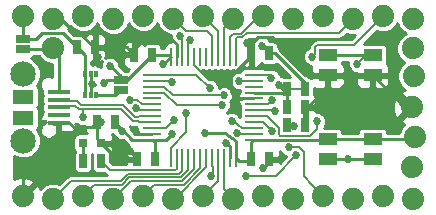
<source format=gtl>
G04 #@! TF.FileFunction,Copper,L1,Top,Signal*
%FSLAX46Y46*%
G04 Gerber Fmt 4.6, Leading zero omitted, Abs format (unit mm)*
G04 Created by KiCad (PCBNEW 4.0.7) date Monday, 20 November 2017 'AMt' 10:57:51*
%MOMM*%
%LPD*%
G01*
G04 APERTURE LIST*
%ADD10C,0.100000*%
%ADD11C,0.149860*%
%ADD12R,1.143000X0.635000*%
%ADD13R,0.635000X1.143000*%
%ADD14R,1.498600X0.248920*%
%ADD15R,0.248920X1.498600*%
%ADD16R,0.797560X0.797560*%
%ADD17O,1.879600X1.879600*%
%ADD18C,1.879600*%
%ADD19R,1.600000X1.100000*%
%ADD20C,2.150000*%
%ADD21R,1.850000X0.400000*%
%ADD22R,1.800000X1.200000*%
%ADD23R,0.330000X0.500000*%
%ADD24C,0.685800*%
%ADD25C,0.250000*%
%ADD26C,0.152400*%
%ADD27C,0.180000*%
%ADD28C,0.254000*%
G04 APERTURE END LIST*
D10*
D11*
X176283620Y-100076000D02*
X177284380Y-100076000D01*
D12*
X153670000Y-96674000D03*
X153670000Y-95858000D03*
D13*
X177546000Y-100076000D03*
X176022000Y-100076000D03*
X158242000Y-96520000D03*
X159766000Y-96520000D03*
D14*
X173207680Y-104348280D03*
X173207680Y-103847900D03*
X173207680Y-103347520D03*
X173207680Y-102849680D03*
X173207680Y-102349300D03*
X173207680Y-101848920D03*
X173207680Y-101351080D03*
X173207680Y-100850700D03*
X173207680Y-100350320D03*
X173207680Y-99852480D03*
X173207680Y-99352100D03*
X173207680Y-98851720D03*
D15*
X171658280Y-97302320D03*
X171157900Y-97302320D03*
X170657520Y-97302320D03*
X170159680Y-97302320D03*
X169659300Y-97302320D03*
X169158920Y-97302320D03*
X168661080Y-97302320D03*
X168160700Y-97302320D03*
X167660320Y-97302320D03*
X167162480Y-97302320D03*
X166662100Y-97302320D03*
X166161720Y-97302320D03*
D14*
X164612320Y-98851720D03*
X164612320Y-99352100D03*
X164612320Y-99852480D03*
X164612320Y-100350320D03*
X164612320Y-100850700D03*
X164612320Y-101351080D03*
X164612320Y-101848920D03*
X164612320Y-102349300D03*
X164612320Y-102849680D03*
X164612320Y-103347520D03*
X164612320Y-103847900D03*
X164612320Y-104348280D03*
D15*
X166161720Y-105897680D03*
X166662100Y-105897680D03*
X167162480Y-105897680D03*
X167660320Y-105897680D03*
X168160700Y-105897680D03*
X168661080Y-105897680D03*
X169158920Y-105897680D03*
X169659300Y-105897680D03*
X170159680Y-105897680D03*
X170657520Y-105897680D03*
X171157900Y-105897680D03*
X171658280Y-105897680D03*
D13*
X174498000Y-105981500D03*
X172974000Y-105981500D03*
X163322000Y-105981500D03*
X164846000Y-105981500D03*
X163068000Y-97155000D03*
X164592000Y-97155000D03*
X174498000Y-97028000D03*
X172974000Y-97028000D03*
X161417000Y-102870000D03*
X159893000Y-102870000D03*
D16*
X158762700Y-104648000D03*
X160261300Y-104648000D03*
D17*
X156210000Y-96570800D03*
D13*
X176022000Y-103124000D03*
X177546000Y-103124000D03*
X158750000Y-106172000D03*
X160274000Y-106172000D03*
D18*
X153670000Y-93853000D03*
X156210000Y-94107000D03*
X158750000Y-93853000D03*
X161290000Y-94107000D03*
X163830000Y-93853000D03*
X166370000Y-94107000D03*
X168910000Y-93853000D03*
X171450000Y-94107000D03*
X173990000Y-93853000D03*
X176530000Y-94107000D03*
X179070000Y-93853000D03*
X181610000Y-94107000D03*
X184150000Y-93853000D03*
X186690000Y-94107000D03*
X186690000Y-109347000D03*
X184150000Y-109093000D03*
X181610000Y-109347000D03*
X179070000Y-109093000D03*
X176530000Y-109347000D03*
X173990000Y-109093000D03*
X171450000Y-109347000D03*
X168910000Y-109093000D03*
X166370000Y-109347000D03*
X163830000Y-109093000D03*
X161290000Y-109347000D03*
X158750000Y-109093000D03*
X156210000Y-109347000D03*
X153670000Y-109093000D03*
X186563000Y-106680000D03*
X186817000Y-104140000D03*
X186563000Y-101600000D03*
X186728100Y-98958400D03*
X186651900Y-96621600D03*
D19*
X179456000Y-97193100D03*
X179456000Y-98894000D03*
X183256000Y-97193100D03*
X183256000Y-98894900D03*
X183256000Y-106006900D03*
X183256000Y-104306000D03*
X179456000Y-106006900D03*
X179456000Y-104305100D03*
D20*
X153670000Y-104425000D03*
D21*
X156670000Y-102900000D03*
X156670000Y-102250000D03*
X156670000Y-101600000D03*
X156670000Y-100950000D03*
X156670000Y-100300000D03*
D20*
X153670000Y-98775000D03*
D22*
X153670000Y-100700000D03*
X153670000Y-102500000D03*
D13*
X176022000Y-101600000D03*
X177546000Y-101600000D03*
D23*
X159385000Y-98795000D03*
X158885000Y-100595000D03*
X159885000Y-100595000D03*
X159385000Y-100595000D03*
X159885000Y-98795000D03*
X158885000Y-98795000D03*
D12*
X161925000Y-100103000D03*
X161925000Y-99287000D03*
D24*
X161036000Y-98094800D03*
X165531800Y-97967800D03*
X173913800Y-96393000D03*
X169037000Y-103809800D03*
X166293800Y-103835200D03*
X162052000Y-103632000D03*
X160528000Y-99568000D03*
X170688000Y-99060000D03*
X169926000Y-99060000D03*
X163195000Y-103657400D03*
X183642000Y-100838000D03*
X166014400Y-95885000D03*
X172593000Y-96189800D03*
X163779200Y-95986600D03*
X170865800Y-104648000D03*
X173990000Y-106781600D03*
X162737800Y-105283000D03*
X159994600Y-97358200D03*
X160299400Y-102844600D03*
X159537400Y-99669600D03*
X175310800Y-99720400D03*
X178562000Y-102793800D03*
X175006000Y-101879400D03*
X171805600Y-103759000D03*
X171323000Y-102743000D03*
X176149000Y-105003600D03*
X174726600Y-103606600D03*
X181965600Y-97942400D03*
X174752000Y-100990400D03*
X181203600Y-106019600D03*
X171958000Y-99390200D03*
X178130200Y-97307400D03*
X174701200Y-99110800D03*
X167792400Y-95885000D03*
X166979600Y-95580200D03*
X169468800Y-99974400D03*
X166268400Y-99466400D03*
X170688000Y-100584000D03*
X170484800Y-101422200D03*
X162687000Y-100990400D03*
X163220400Y-101676200D03*
X166446200Y-102692200D03*
X167462200Y-102057200D03*
X158750000Y-102438200D03*
X176809400Y-105638600D03*
X176580800Y-103174800D03*
X172529500Y-107378500D03*
X169545000Y-107378500D03*
D25*
X161925000Y-99287000D02*
X161925000Y-98983800D01*
X161925000Y-98983800D02*
X161036000Y-98094800D01*
X165501320Y-97937320D02*
X165531800Y-97967800D01*
X166161720Y-97302320D02*
X165501320Y-97937320D01*
X173913800Y-96393000D02*
X174498000Y-96875600D01*
X174498000Y-96875600D02*
X174498000Y-97028000D01*
X171658280Y-104424480D02*
X171658280Y-105897680D01*
X170789600Y-103809800D02*
X171658280Y-104424480D01*
X169037000Y-103809800D02*
X170789600Y-103809800D01*
X165780720Y-104348280D02*
X166293800Y-103835200D01*
X164612320Y-104348280D02*
X165780720Y-104348280D01*
X173207680Y-104348280D02*
X179412820Y-104348280D01*
X179412820Y-104348280D02*
X179456000Y-104305100D01*
X177546000Y-100076000D02*
X177546000Y-99542600D01*
X177546000Y-99542600D02*
X175031400Y-97028000D01*
X175031400Y-97028000D02*
X174498000Y-97028000D01*
X183256000Y-104306000D02*
X186651000Y-104306000D01*
X186651000Y-104306000D02*
X186817000Y-104140000D01*
X172974000Y-106172000D02*
X172974000Y-104581960D01*
X172974000Y-104581960D02*
X173207680Y-104348280D01*
X172974000Y-106172000D02*
X171932600Y-106172000D01*
X171932600Y-106172000D02*
X171658280Y-105897680D01*
X179456000Y-104305100D02*
X183255100Y-104305100D01*
X183255100Y-104305100D02*
X183256000Y-104306000D01*
X161417000Y-102997000D02*
X161417000Y-102870000D01*
X162052000Y-103632000D02*
X161417000Y-102997000D01*
X160809000Y-99287000D02*
X160528000Y-99568000D01*
X161925000Y-99287000D02*
X160809000Y-99287000D01*
X161925000Y-99287000D02*
X161771000Y-99287000D01*
X164592000Y-97155000D02*
X166014400Y-97155000D01*
X166014400Y-97155000D02*
X166161720Y-97302320D01*
X161925000Y-99287000D02*
X162460000Y-99287000D01*
X162460000Y-99287000D02*
X164592000Y-97155000D01*
X161417000Y-102870000D02*
X161417000Y-102743000D01*
X164612320Y-104348280D02*
X162895280Y-104348280D01*
X162895280Y-104348280D02*
X161417000Y-102870000D01*
X164846000Y-106172000D02*
X164846000Y-104581960D01*
X164846000Y-104581960D02*
X164612320Y-104348280D01*
D26*
X168160700Y-97302320D02*
X168160700Y-98056700D01*
X169164000Y-99060000D02*
X169926000Y-99060000D01*
X168160700Y-98056700D02*
X169164000Y-99060000D01*
D25*
X156670000Y-102900000D02*
X157586200Y-102900000D01*
X157586200Y-102900000D02*
X157988000Y-103301800D01*
X159461200Y-103301800D02*
X159893000Y-102870000D01*
X157988000Y-103301800D02*
X159461200Y-103301800D01*
X159766000Y-96520000D02*
X159689800Y-96520000D01*
X159689800Y-96520000D02*
X158445200Y-95275400D01*
X158445200Y-95275400D02*
X158064200Y-95275400D01*
X158064200Y-95275400D02*
X156895800Y-94107000D01*
X156895800Y-94107000D02*
X156210000Y-94107000D01*
D26*
X170688000Y-99060000D02*
X171196000Y-99060000D01*
X170688000Y-99060000D02*
X169926000Y-99060000D01*
X171196000Y-99060000D02*
X171272200Y-98983800D01*
D25*
X164612320Y-103847900D02*
X163385500Y-103847900D01*
X163385500Y-103847900D02*
X163195000Y-103657400D01*
X159385000Y-98795000D02*
X159385000Y-99517200D01*
X159385000Y-99517200D02*
X159537400Y-99669600D01*
X179456000Y-98894000D02*
X177557800Y-98894000D01*
X172974000Y-96215200D02*
X172974000Y-97028000D01*
X173534798Y-95654402D02*
X172974000Y-96215200D01*
X174777400Y-95654402D02*
X173534798Y-95654402D01*
X175310800Y-96187802D02*
X174777400Y-95654402D01*
X175310800Y-96647000D02*
X175310800Y-96187802D01*
X177557800Y-98894000D02*
X175310800Y-96647000D01*
X173207680Y-100850700D02*
X171818300Y-100850700D01*
X171818300Y-100850700D02*
X171272200Y-100304600D01*
X171272200Y-100304600D02*
X171272200Y-98983800D01*
X171272200Y-98983800D02*
X172974000Y-97282000D01*
X172974000Y-97282000D02*
X172974000Y-97028000D01*
X183256000Y-100452000D02*
X183256000Y-98894900D01*
X183642000Y-100838000D02*
X183256000Y-100452000D01*
X180048800Y-98894000D02*
X179456000Y-98894000D01*
X166662100Y-97302320D02*
X166662100Y-96253300D01*
X166293800Y-95885000D02*
X166014400Y-95885000D01*
X166662100Y-96253300D02*
X166293800Y-95885000D01*
X163068000Y-97155000D02*
X163068000Y-96697800D01*
X163068000Y-96697800D02*
X163779200Y-95986600D01*
X172593000Y-96189800D02*
X172974000Y-96570800D01*
X172974000Y-96570800D02*
X172974000Y-97028000D01*
X171157900Y-105897680D02*
X171157900Y-104889300D01*
X171157900Y-104889300D02*
X170865800Y-104648000D01*
X174066200Y-106857800D02*
X174498000Y-105981500D01*
X173990000Y-106781600D02*
X174066200Y-106857800D01*
X162737800Y-105283000D02*
X163322000Y-105867200D01*
X163322000Y-105867200D02*
X163322000Y-105981500D01*
X186563000Y-101600000D02*
X185961100Y-101600000D01*
X185961100Y-101600000D02*
X183256000Y-98894900D01*
X177546000Y-101600000D02*
X177723800Y-101600000D01*
X177723800Y-101600000D02*
X179456000Y-99867800D01*
X179456000Y-99867800D02*
X179456000Y-98894000D01*
X179456000Y-98894000D02*
X183255100Y-98894000D01*
X183255100Y-98894000D02*
X183256000Y-98894900D01*
X177546000Y-103124000D02*
X177546000Y-101600000D01*
X159766000Y-96520000D02*
X159766000Y-97129600D01*
X159766000Y-97129600D02*
X159994600Y-97358200D01*
X159893000Y-102870000D02*
X160274000Y-102870000D01*
X160274000Y-102870000D02*
X160299400Y-102844600D01*
X159385000Y-99822000D02*
X159385000Y-100595000D01*
X159537400Y-99669600D02*
X159385000Y-99822000D01*
X159766000Y-96520000D02*
X162433000Y-96520000D01*
X162433000Y-96520000D02*
X163068000Y-97155000D01*
X163322000Y-105981500D02*
X161594800Y-105981500D01*
X161594800Y-105981500D02*
X160261300Y-104648000D01*
X153670000Y-109093000D02*
X153670000Y-107670600D01*
X156670000Y-104670600D02*
X156670000Y-102900000D01*
X153670000Y-107670600D02*
X156670000Y-104670600D01*
X159893000Y-102870000D02*
X159893000Y-104279700D01*
X159893000Y-104279700D02*
X160261300Y-104648000D01*
X159863000Y-102900000D02*
X159893000Y-102870000D01*
X153670000Y-95858000D02*
X154763800Y-95858000D01*
X154763800Y-95858000D02*
X155270200Y-95351600D01*
X155270200Y-95351600D02*
X157073600Y-95351600D01*
X157073600Y-95351600D02*
X158242000Y-96520000D01*
X153670000Y-95858000D02*
X153670000Y-93853000D01*
X153670000Y-95858000D02*
X154078000Y-95858000D01*
X158885000Y-98795000D02*
X158885000Y-100595000D01*
X158885000Y-98795000D02*
X158885000Y-97163000D01*
X158885000Y-97163000D02*
X158242000Y-96520000D01*
X158242000Y-96520000D02*
X158242000Y-96139000D01*
X176022000Y-100076000D02*
X175666400Y-100076000D01*
X175666400Y-100076000D02*
X175310800Y-99720400D01*
X173207680Y-100350320D02*
X175747680Y-100350320D01*
X175747680Y-100350320D02*
X176022000Y-100076000D01*
X176022000Y-101600000D02*
X176022000Y-100076000D01*
D26*
X173207680Y-102349300D02*
X174282100Y-102349300D01*
X178562000Y-103428800D02*
X178562000Y-102793800D01*
X177996122Y-103994678D02*
X178562000Y-103428800D01*
X175463200Y-103994678D02*
X177996122Y-103994678D01*
X175310800Y-103842278D02*
X175463200Y-103994678D01*
X175310800Y-103378000D02*
X175310800Y-103842278D01*
X174282100Y-102349300D02*
X175310800Y-103378000D01*
X173207680Y-101848920D02*
X174975520Y-101848920D01*
X174975520Y-101848920D02*
X175006000Y-101879400D01*
D25*
X158762700Y-104648000D02*
X158762700Y-106159300D01*
X158762700Y-106159300D02*
X158750000Y-106172000D01*
D26*
X173207680Y-103847900D02*
X171894500Y-103847900D01*
X171894500Y-103847900D02*
X171805600Y-103759000D01*
X173207680Y-103347520D02*
X172206920Y-103347520D01*
X171450000Y-102743000D02*
X171323000Y-102743000D01*
X172206920Y-103347520D02*
X171450000Y-102743000D01*
X177419000Y-105402378D02*
X177419000Y-107442000D01*
X177419000Y-107442000D02*
X178206400Y-108229400D01*
X176149000Y-105003600D02*
X177020222Y-105003600D01*
X177020222Y-105003600D02*
X177419000Y-105402378D01*
X173207680Y-102849680D02*
X173969680Y-102849680D01*
X178206400Y-108229400D02*
X179070000Y-109093000D01*
X173969680Y-102849680D02*
X174726600Y-103606600D01*
X173207680Y-101351080D02*
X174391320Y-101351080D01*
X181965600Y-97942400D02*
X182714900Y-97193100D01*
X174391320Y-101351080D02*
X174752000Y-100990400D01*
X182714900Y-97193100D02*
X183256000Y-97193100D01*
D25*
X179456000Y-97193100D02*
X183256000Y-97193100D01*
D26*
X161035992Y-106933992D02*
X166573200Y-106933992D01*
X166662100Y-106845092D02*
X166573200Y-106933992D01*
X160274000Y-106172000D02*
X161035992Y-106933992D01*
X166662100Y-106845092D02*
X166662100Y-105897680D01*
X171996100Y-99352100D02*
X173207680Y-99352100D01*
X171958000Y-99390200D02*
X171996100Y-99352100D01*
X181203600Y-106019600D02*
X181203600Y-106006900D01*
X181203600Y-106006900D02*
X181203600Y-106019600D01*
X181203600Y-106019600D02*
X181203600Y-106006900D01*
D25*
X179456000Y-106006900D02*
X181203600Y-106006900D01*
X181203600Y-106006900D02*
X183256000Y-106006900D01*
D26*
X173207680Y-98851720D02*
X174442120Y-98851720D01*
X181660800Y-96342200D02*
X184150000Y-93853000D01*
X178562000Y-96342200D02*
X181660800Y-96342200D01*
X178384200Y-96520000D02*
X178562000Y-96342200D01*
X178384200Y-97053400D02*
X178384200Y-96520000D01*
X178130200Y-97307400D02*
X178384200Y-97053400D01*
X174442120Y-98851720D02*
X174701200Y-99110800D01*
X171658280Y-97302320D02*
X171658280Y-95829122D01*
X180416200Y-95300800D02*
X181610000Y-94107000D01*
X172592256Y-95300800D02*
X180416200Y-95300800D01*
X172211254Y-95681802D02*
X172592256Y-95300800D01*
X171805600Y-95681802D02*
X172211254Y-95681802D01*
X171658280Y-95829122D02*
X171805600Y-95681802D01*
X171157900Y-97302320D02*
X171157900Y-95643700D01*
X172085000Y-95377000D02*
X173609000Y-93853000D01*
X171424600Y-95377000D02*
X172085000Y-95377000D01*
X171157900Y-95643700D02*
X171424600Y-95377000D01*
X173609000Y-93853000D02*
X173990000Y-93853000D01*
X170657520Y-97302320D02*
X170657520Y-94899480D01*
X170657520Y-94899480D02*
X171450000Y-94107000D01*
X170159680Y-97302320D02*
X170159680Y-95102680D01*
X170159680Y-95102680D02*
X168910000Y-93853000D01*
X169659300Y-97302320D02*
X169659300Y-95592900D01*
X167436800Y-95173800D02*
X166370000Y-94107000D01*
X169240200Y-95173800D02*
X167436800Y-95173800D01*
X169659300Y-95592900D02*
X169240200Y-95173800D01*
X167660320Y-97302320D02*
X167660320Y-96017080D01*
X167660320Y-96017080D02*
X167792400Y-95885000D01*
X167162480Y-97302320D02*
X167162480Y-95763080D01*
X167162480Y-95763080D02*
X166979600Y-95580200D01*
X164612320Y-98851720D02*
X168346120Y-98851720D01*
X168346120Y-98851720D02*
X169468800Y-99974400D01*
X164612320Y-99352100D02*
X166154100Y-99352100D01*
X166154100Y-99352100D02*
X166268400Y-99466400D01*
X170688000Y-100584000D02*
X166370000Y-100584000D01*
X165638480Y-99852480D02*
X164612320Y-99852480D01*
X166370000Y-100584000D02*
X165638480Y-99852480D01*
X170484800Y-101422200D02*
X166700200Y-101422200D01*
X165628320Y-100350320D02*
X164612320Y-100350320D01*
X166700200Y-101422200D02*
X165628320Y-100350320D01*
X163347400Y-100990400D02*
X162687000Y-100990400D01*
X164612320Y-101351080D02*
X163708080Y-101351080D01*
X163708080Y-101351080D02*
X163347400Y-100990400D01*
X164612320Y-101848920D02*
X163393120Y-101848920D01*
X163393120Y-101848920D02*
X163220400Y-101676200D01*
X164612320Y-103347520D02*
X165790880Y-103347520D01*
X165790880Y-103347520D02*
X166446200Y-102692200D01*
X166161720Y-105897680D02*
X166161720Y-105008680D01*
X167462200Y-103708200D02*
X167462200Y-102057200D01*
X166161720Y-105008680D02*
X167462200Y-103708200D01*
X167162480Y-105897680D02*
X167162480Y-106957296D01*
X157708602Y-107848398D02*
X156210000Y-109347000D01*
X161926490Y-107848398D02*
X157708602Y-107848398D01*
X162536094Y-107238794D02*
X161926490Y-107848398D01*
X166880982Y-107238794D02*
X162536094Y-107238794D01*
X167162480Y-106957296D02*
X166880982Y-107238794D01*
X167660320Y-105897680D02*
X167660320Y-106890512D01*
X159689800Y-108153200D02*
X158750000Y-109093000D01*
X162052744Y-108153200D02*
X159689800Y-108153200D01*
X162662348Y-107543596D02*
X162052744Y-108153200D01*
X167007236Y-107543596D02*
X162662348Y-107543596D01*
X167660320Y-106890512D02*
X167007236Y-107543596D01*
X168160700Y-105897680D02*
X168160700Y-106821188D01*
X162788602Y-107848398D02*
X161290000Y-109347000D01*
X167133490Y-107848398D02*
X162788602Y-107848398D01*
X168160700Y-106821188D02*
X167133490Y-107848398D01*
X168661080Y-105897680D02*
X168661080Y-106751864D01*
X164769800Y-108153200D02*
X163830000Y-109093000D01*
X167259744Y-108153200D02*
X164769800Y-108153200D01*
X168661080Y-106751864D02*
X167259744Y-108153200D01*
X169158920Y-105897680D02*
X169158920Y-106685080D01*
X169158920Y-106685080D02*
X166497000Y-109347000D01*
X166497000Y-109347000D02*
X166370000Y-109347000D01*
X170159680Y-107843320D02*
X168910000Y-109093000D01*
X170159680Y-105897680D02*
X170159680Y-107843320D01*
X170657520Y-105897680D02*
X170657520Y-108554520D01*
X170657520Y-108554520D02*
X171450000Y-109347000D01*
D25*
X159885000Y-100595000D02*
X161433000Y-100595000D01*
X161433000Y-100595000D02*
X161925000Y-100103000D01*
X153670000Y-96674000D02*
X156056000Y-96674000D01*
X156056000Y-96674000D02*
X156210000Y-96520000D01*
X155802000Y-96928000D02*
X156210000Y-96520000D01*
X156670000Y-100300000D02*
X156670000Y-96980000D01*
X156670000Y-96980000D02*
X156210000Y-96520000D01*
D27*
X163418180Y-102419490D02*
X163488370Y-102349300D01*
X163488370Y-102349300D02*
X164612320Y-102349300D01*
X162126558Y-101420000D02*
X163126048Y-102419490D01*
X163126048Y-102419490D02*
X163418180Y-102419490D01*
X158570558Y-101420000D02*
X162126558Y-101420000D01*
X158245558Y-101095000D02*
X158570558Y-101420000D01*
X156670000Y-100950000D02*
X157395000Y-100950000D01*
X157395000Y-100950000D02*
X157540000Y-101095000D01*
X157540000Y-101095000D02*
X158245558Y-101095000D01*
D26*
X158724600Y-102412800D02*
X158750000Y-102438200D01*
X158724600Y-102412800D02*
X158724600Y-101780000D01*
D27*
X161977442Y-101780000D02*
X162976932Y-102779490D01*
X162976932Y-102779490D02*
X163418180Y-102779490D01*
X163418180Y-102779490D02*
X163488370Y-102849680D01*
X163488370Y-102849680D02*
X164612320Y-102849680D01*
X158421442Y-101780000D02*
X158724600Y-101780000D01*
X158724600Y-101780000D02*
X161977442Y-101780000D01*
X158096442Y-101455000D02*
X158421442Y-101780000D01*
X156670000Y-101600000D02*
X157395000Y-101600000D01*
X157395000Y-101600000D02*
X157540000Y-101455000D01*
X157540000Y-101455000D02*
X158096442Y-101455000D01*
D26*
X172529500Y-107378500D02*
X175069500Y-107378500D01*
X175069500Y-107378500D02*
X176809400Y-105638600D01*
X176530000Y-103124000D02*
X176580800Y-103174800D01*
X172529500Y-107378500D02*
X172580300Y-107429300D01*
X169760900Y-107162600D02*
X169545000Y-107378500D01*
X176022000Y-103124000D02*
X176530000Y-103124000D01*
X169659300Y-105897680D02*
X169760900Y-107162600D01*
D28*
G36*
X155240132Y-97567539D02*
X155685111Y-97864864D01*
X156113200Y-97950016D01*
X156113200Y-99006436D01*
X155961208Y-98943323D01*
X155680026Y-98943078D01*
X155420153Y-99050455D01*
X155221154Y-99249107D01*
X155113323Y-99508792D01*
X155113078Y-99789974D01*
X155220455Y-100049847D01*
X155304741Y-100134280D01*
X155304741Y-100500000D01*
X155329125Y-100629589D01*
X155304741Y-100750000D01*
X155304741Y-101150000D01*
X155329125Y-101279589D01*
X155304741Y-101400000D01*
X155304741Y-101800000D01*
X155329125Y-101929589D01*
X155304741Y-102050000D01*
X155304741Y-102242233D01*
X155206673Y-102340302D01*
X155110000Y-102573691D01*
X155110000Y-102641250D01*
X155268750Y-102800000D01*
X155492381Y-102800000D01*
X155573715Y-102855573D01*
X155624766Y-102865911D01*
X155420153Y-102950455D01*
X155370521Y-103000000D01*
X155268750Y-103000000D01*
X155110000Y-103158750D01*
X155110000Y-103226309D01*
X155149500Y-103321669D01*
X155113323Y-103408792D01*
X155113078Y-103689974D01*
X155220455Y-103949847D01*
X155419107Y-104148846D01*
X155678792Y-104256677D01*
X155959974Y-104256922D01*
X156219847Y-104149545D01*
X156418846Y-103950893D01*
X156526677Y-103691208D01*
X156526763Y-103592487D01*
X156543000Y-103576250D01*
X156543000Y-103000000D01*
X156269654Y-103000000D01*
X156220893Y-102951154D01*
X156074242Y-102890259D01*
X156817000Y-102890259D01*
X156817000Y-103000000D01*
X156797000Y-103000000D01*
X156797000Y-103576250D01*
X156955750Y-103735000D01*
X157721310Y-103735000D01*
X157954699Y-103638327D01*
X158133327Y-103459698D01*
X158230000Y-103226309D01*
X158230000Y-103158750D01*
X158098252Y-103027002D01*
X158230000Y-103027002D01*
X158230000Y-103013840D01*
X158310595Y-103094576D01*
X158595227Y-103212765D01*
X158903421Y-103213034D01*
X158940500Y-103197713D01*
X158940500Y-103567810D01*
X159037173Y-103801199D01*
X159044935Y-103808961D01*
X158363920Y-103808961D01*
X158203905Y-103839070D01*
X158056940Y-103933639D01*
X157958347Y-104077935D01*
X157923661Y-104249220D01*
X157923661Y-105046780D01*
X157953770Y-105206795D01*
X158048339Y-105353760D01*
X158068889Y-105367801D01*
X158026927Y-105429215D01*
X157992241Y-105600500D01*
X157992241Y-106743500D01*
X158022350Y-106903515D01*
X158116919Y-107050480D01*
X158261215Y-107149073D01*
X158432500Y-107183759D01*
X159067500Y-107183759D01*
X159227515Y-107153650D01*
X159374480Y-107059081D01*
X159473073Y-106914785D01*
X159507759Y-106743500D01*
X159507759Y-105600500D01*
X159505035Y-105586024D01*
X159518078Y-105591426D01*
X159516241Y-105600500D01*
X159516241Y-106743500D01*
X159546350Y-106903515D01*
X159640919Y-107050480D01*
X159785215Y-107149073D01*
X159956500Y-107183759D01*
X160567338Y-107183759D01*
X160676781Y-107293202D01*
X160747414Y-107340398D01*
X157708602Y-107340398D01*
X157546452Y-107372652D01*
X157514198Y-107379067D01*
X157349392Y-107489188D01*
X156751766Y-108086814D01*
X156484025Y-107975639D01*
X155938369Y-107975163D01*
X155434066Y-108183536D01*
X155134060Y-108483019D01*
X155039580Y-108254923D01*
X154778968Y-108163637D01*
X153849605Y-109093000D01*
X153490395Y-109093000D01*
X153476253Y-109078858D01*
X153655858Y-108899253D01*
X153670000Y-108913395D01*
X154599363Y-107984032D01*
X154508077Y-107723420D01*
X153920167Y-107506955D01*
X153294172Y-107531951D01*
X152906800Y-107692405D01*
X152906800Y-105739631D01*
X153368964Y-105931538D01*
X153968406Y-105932061D01*
X154522419Y-105703148D01*
X154946658Y-105279648D01*
X155176538Y-104726036D01*
X155177061Y-104126594D01*
X154948148Y-103572581D01*
X154824885Y-103449103D01*
X154876980Y-103415581D01*
X154975573Y-103271285D01*
X155010259Y-103100000D01*
X155010259Y-101900000D01*
X154980150Y-101739985D01*
X154888886Y-101598156D01*
X154975573Y-101471285D01*
X155010259Y-101300000D01*
X155010259Y-100100000D01*
X154980150Y-99939985D01*
X154885581Y-99793020D01*
X154824683Y-99751410D01*
X154946658Y-99629648D01*
X155176538Y-99076036D01*
X155177061Y-98476594D01*
X154948148Y-97922581D01*
X154524648Y-97498342D01*
X154326005Y-97415858D01*
X154401515Y-97401650D01*
X154548480Y-97307081D01*
X154600600Y-97230800D01*
X155015131Y-97230800D01*
X155240132Y-97567539D01*
X155240132Y-97567539D01*
G37*
X155240132Y-97567539D02*
X155685111Y-97864864D01*
X156113200Y-97950016D01*
X156113200Y-99006436D01*
X155961208Y-98943323D01*
X155680026Y-98943078D01*
X155420153Y-99050455D01*
X155221154Y-99249107D01*
X155113323Y-99508792D01*
X155113078Y-99789974D01*
X155220455Y-100049847D01*
X155304741Y-100134280D01*
X155304741Y-100500000D01*
X155329125Y-100629589D01*
X155304741Y-100750000D01*
X155304741Y-101150000D01*
X155329125Y-101279589D01*
X155304741Y-101400000D01*
X155304741Y-101800000D01*
X155329125Y-101929589D01*
X155304741Y-102050000D01*
X155304741Y-102242233D01*
X155206673Y-102340302D01*
X155110000Y-102573691D01*
X155110000Y-102641250D01*
X155268750Y-102800000D01*
X155492381Y-102800000D01*
X155573715Y-102855573D01*
X155624766Y-102865911D01*
X155420153Y-102950455D01*
X155370521Y-103000000D01*
X155268750Y-103000000D01*
X155110000Y-103158750D01*
X155110000Y-103226309D01*
X155149500Y-103321669D01*
X155113323Y-103408792D01*
X155113078Y-103689974D01*
X155220455Y-103949847D01*
X155419107Y-104148846D01*
X155678792Y-104256677D01*
X155959974Y-104256922D01*
X156219847Y-104149545D01*
X156418846Y-103950893D01*
X156526677Y-103691208D01*
X156526763Y-103592487D01*
X156543000Y-103576250D01*
X156543000Y-103000000D01*
X156269654Y-103000000D01*
X156220893Y-102951154D01*
X156074242Y-102890259D01*
X156817000Y-102890259D01*
X156817000Y-103000000D01*
X156797000Y-103000000D01*
X156797000Y-103576250D01*
X156955750Y-103735000D01*
X157721310Y-103735000D01*
X157954699Y-103638327D01*
X158133327Y-103459698D01*
X158230000Y-103226309D01*
X158230000Y-103158750D01*
X158098252Y-103027002D01*
X158230000Y-103027002D01*
X158230000Y-103013840D01*
X158310595Y-103094576D01*
X158595227Y-103212765D01*
X158903421Y-103213034D01*
X158940500Y-103197713D01*
X158940500Y-103567810D01*
X159037173Y-103801199D01*
X159044935Y-103808961D01*
X158363920Y-103808961D01*
X158203905Y-103839070D01*
X158056940Y-103933639D01*
X157958347Y-104077935D01*
X157923661Y-104249220D01*
X157923661Y-105046780D01*
X157953770Y-105206795D01*
X158048339Y-105353760D01*
X158068889Y-105367801D01*
X158026927Y-105429215D01*
X157992241Y-105600500D01*
X157992241Y-106743500D01*
X158022350Y-106903515D01*
X158116919Y-107050480D01*
X158261215Y-107149073D01*
X158432500Y-107183759D01*
X159067500Y-107183759D01*
X159227515Y-107153650D01*
X159374480Y-107059081D01*
X159473073Y-106914785D01*
X159507759Y-106743500D01*
X159507759Y-105600500D01*
X159505035Y-105586024D01*
X159518078Y-105591426D01*
X159516241Y-105600500D01*
X159516241Y-106743500D01*
X159546350Y-106903515D01*
X159640919Y-107050480D01*
X159785215Y-107149073D01*
X159956500Y-107183759D01*
X160567338Y-107183759D01*
X160676781Y-107293202D01*
X160747414Y-107340398D01*
X157708602Y-107340398D01*
X157546452Y-107372652D01*
X157514198Y-107379067D01*
X157349392Y-107489188D01*
X156751766Y-108086814D01*
X156484025Y-107975639D01*
X155938369Y-107975163D01*
X155434066Y-108183536D01*
X155134060Y-108483019D01*
X155039580Y-108254923D01*
X154778968Y-108163637D01*
X153849605Y-109093000D01*
X153490395Y-109093000D01*
X153476253Y-109078858D01*
X153655858Y-108899253D01*
X153670000Y-108913395D01*
X154599363Y-107984032D01*
X154508077Y-107723420D01*
X153920167Y-107506955D01*
X153294172Y-107531951D01*
X152906800Y-107692405D01*
X152906800Y-105739631D01*
X153368964Y-105931538D01*
X153968406Y-105932061D01*
X154522419Y-105703148D01*
X154946658Y-105279648D01*
X155176538Y-104726036D01*
X155177061Y-104126594D01*
X154948148Y-103572581D01*
X154824885Y-103449103D01*
X154876980Y-103415581D01*
X154975573Y-103271285D01*
X155010259Y-103100000D01*
X155010259Y-101900000D01*
X154980150Y-101739985D01*
X154888886Y-101598156D01*
X154975573Y-101471285D01*
X155010259Y-101300000D01*
X155010259Y-100100000D01*
X154980150Y-99939985D01*
X154885581Y-99793020D01*
X154824683Y-99751410D01*
X154946658Y-99629648D01*
X155176538Y-99076036D01*
X155177061Y-98476594D01*
X154948148Y-97922581D01*
X154524648Y-97498342D01*
X154326005Y-97415858D01*
X154401515Y-97401650D01*
X154548480Y-97307081D01*
X154600600Y-97230800D01*
X155015131Y-97230800D01*
X155240132Y-97567539D01*
G36*
X161394859Y-104070259D02*
X161612595Y-104288376D01*
X161897227Y-104406565D01*
X162166366Y-104406800D01*
X162501563Y-104741997D01*
X162676183Y-104858674D01*
X162644802Y-104871673D01*
X162466173Y-105050301D01*
X162369500Y-105283690D01*
X162369500Y-105695750D01*
X162528250Y-105854500D01*
X163195000Y-105854500D01*
X163195000Y-105834500D01*
X163449000Y-105834500D01*
X163449000Y-105854500D01*
X163469000Y-105854500D01*
X163469000Y-106108500D01*
X163449000Y-106108500D01*
X163449000Y-106128500D01*
X163195000Y-106128500D01*
X163195000Y-106108500D01*
X162528250Y-106108500D01*
X162369500Y-106267250D01*
X162369500Y-106425992D01*
X161246413Y-106425992D01*
X161031759Y-106211338D01*
X161031759Y-105600500D01*
X161027424Y-105577461D01*
X161198407Y-105406479D01*
X161295080Y-105173090D01*
X161295080Y-104933750D01*
X161136330Y-104775000D01*
X160388300Y-104775000D01*
X160388300Y-104795000D01*
X160134300Y-104795000D01*
X160134300Y-104775000D01*
X160114300Y-104775000D01*
X160114300Y-104521000D01*
X160134300Y-104521000D01*
X160134300Y-104501000D01*
X160388300Y-104501000D01*
X160388300Y-104521000D01*
X161136330Y-104521000D01*
X161295080Y-104362250D01*
X161295080Y-104122910D01*
X161198407Y-103889521D01*
X161190645Y-103881759D01*
X161316972Y-103881759D01*
X161394859Y-104070259D01*
X161394859Y-104070259D01*
G37*
X161394859Y-104070259D02*
X161612595Y-104288376D01*
X161897227Y-104406565D01*
X162166366Y-104406800D01*
X162501563Y-104741997D01*
X162676183Y-104858674D01*
X162644802Y-104871673D01*
X162466173Y-105050301D01*
X162369500Y-105283690D01*
X162369500Y-105695750D01*
X162528250Y-105854500D01*
X163195000Y-105854500D01*
X163195000Y-105834500D01*
X163449000Y-105834500D01*
X163449000Y-105854500D01*
X163469000Y-105854500D01*
X163469000Y-106108500D01*
X163449000Y-106108500D01*
X163449000Y-106128500D01*
X163195000Y-106128500D01*
X163195000Y-106108500D01*
X162528250Y-106108500D01*
X162369500Y-106267250D01*
X162369500Y-106425992D01*
X161246413Y-106425992D01*
X161031759Y-106211338D01*
X161031759Y-105600500D01*
X161027424Y-105577461D01*
X161198407Y-105406479D01*
X161295080Y-105173090D01*
X161295080Y-104933750D01*
X161136330Y-104775000D01*
X160388300Y-104775000D01*
X160388300Y-104795000D01*
X160134300Y-104795000D01*
X160134300Y-104775000D01*
X160114300Y-104775000D01*
X160114300Y-104521000D01*
X160134300Y-104521000D01*
X160134300Y-104501000D01*
X160388300Y-104501000D01*
X160388300Y-104521000D01*
X161136330Y-104521000D01*
X161295080Y-104362250D01*
X161295080Y-104122910D01*
X161198407Y-103889521D01*
X161190645Y-103881759D01*
X161316972Y-103881759D01*
X161394859Y-104070259D01*
G36*
X175491859Y-105441859D02*
X175709595Y-105659976D01*
X175963976Y-105765604D01*
X175450500Y-106279080D01*
X175450500Y-106267250D01*
X175291750Y-106108500D01*
X174625000Y-106108500D01*
X174625000Y-106128500D01*
X174371000Y-106128500D01*
X174371000Y-106108500D01*
X174351000Y-106108500D01*
X174351000Y-105854500D01*
X174371000Y-105854500D01*
X174371000Y-105834500D01*
X174625000Y-105834500D01*
X174625000Y-105854500D01*
X175291750Y-105854500D01*
X175450500Y-105695750D01*
X175450500Y-105341763D01*
X175491859Y-105441859D01*
X175491859Y-105441859D01*
G37*
X175491859Y-105441859D02*
X175709595Y-105659976D01*
X175963976Y-105765604D01*
X175450500Y-106279080D01*
X175450500Y-106267250D01*
X175291750Y-106108500D01*
X174625000Y-106108500D01*
X174625000Y-106128500D01*
X174371000Y-106128500D01*
X174371000Y-106108500D01*
X174351000Y-106108500D01*
X174351000Y-105854500D01*
X174371000Y-105854500D01*
X174371000Y-105834500D01*
X174625000Y-105834500D01*
X174625000Y-105854500D01*
X175291750Y-105854500D01*
X175450500Y-105695750D01*
X175450500Y-105341763D01*
X175491859Y-105441859D01*
G36*
X162743275Y-103238870D02*
X162777248Y-103261570D01*
X162976932Y-103301290D01*
X163243084Y-103301290D01*
X163285413Y-103329573D01*
X163288686Y-103331760D01*
X163345394Y-103343040D01*
X163324693Y-103363741D01*
X163228020Y-103597130D01*
X163228020Y-103626920D01*
X163321998Y-103720898D01*
X163228020Y-103720898D01*
X163228020Y-103791480D01*
X163125914Y-103791480D01*
X162826822Y-103492388D01*
X162826834Y-103478579D01*
X162721882Y-103224576D01*
X162743275Y-103238870D01*
X162743275Y-103238870D01*
G37*
X162743275Y-103238870D02*
X162777248Y-103261570D01*
X162976932Y-103301290D01*
X163243084Y-103301290D01*
X163285413Y-103329573D01*
X163288686Y-103331760D01*
X163345394Y-103343040D01*
X163324693Y-103363741D01*
X163228020Y-103597130D01*
X163228020Y-103626920D01*
X163321998Y-103720898D01*
X163228020Y-103720898D01*
X163228020Y-103791480D01*
X163125914Y-103791480D01*
X162826822Y-103492388D01*
X162826834Y-103478579D01*
X162721882Y-103224576D01*
X162743275Y-103238870D01*
G36*
X185526536Y-94882934D02*
X185912037Y-95269108D01*
X186122223Y-95356385D01*
X185875966Y-95458136D01*
X185489792Y-95843637D01*
X185280539Y-96347575D01*
X185280063Y-96893231D01*
X185488436Y-97397534D01*
X185873937Y-97783708D01*
X185937128Y-97809947D01*
X185565992Y-98180437D01*
X185356739Y-98684375D01*
X185356263Y-99230031D01*
X185564636Y-99734334D01*
X185950137Y-100120508D01*
X185970181Y-100128831D01*
X185724923Y-100230420D01*
X185633637Y-100491032D01*
X186563000Y-101420395D01*
X186563000Y-101779605D01*
X185633637Y-102708968D01*
X185724923Y-102969580D01*
X185960971Y-103056491D01*
X185654892Y-103362037D01*
X185494128Y-103749200D01*
X184494979Y-103749200D01*
X184466150Y-103595985D01*
X184371581Y-103449020D01*
X184227285Y-103350427D01*
X184056000Y-103315741D01*
X182456000Y-103315741D01*
X182295985Y-103345850D01*
X182149020Y-103440419D01*
X182050427Y-103584715D01*
X182017300Y-103748300D01*
X180694979Y-103748300D01*
X180666150Y-103595085D01*
X180571581Y-103448120D01*
X180427285Y-103349527D01*
X180256000Y-103314841D01*
X179136597Y-103314841D01*
X179218376Y-103233205D01*
X179336565Y-102948573D01*
X179336834Y-102640379D01*
X179219141Y-102355541D01*
X179001405Y-102137424D01*
X178716773Y-102019235D01*
X178498500Y-102019044D01*
X178498500Y-101885750D01*
X178339750Y-101727000D01*
X177673000Y-101727000D01*
X177673000Y-102997000D01*
X177693000Y-102997000D01*
X177693000Y-103251000D01*
X177673000Y-103251000D01*
X177673000Y-103271000D01*
X177419000Y-103271000D01*
X177419000Y-103251000D01*
X177399000Y-103251000D01*
X177399000Y-102997000D01*
X177419000Y-102997000D01*
X177419000Y-101727000D01*
X177399000Y-101727000D01*
X177399000Y-101473000D01*
X177419000Y-101473000D01*
X177419000Y-101453000D01*
X177673000Y-101453000D01*
X177673000Y-101473000D01*
X178339750Y-101473000D01*
X178462917Y-101349833D01*
X184976955Y-101349833D01*
X185001951Y-101975828D01*
X185193420Y-102438077D01*
X185454032Y-102529363D01*
X186383395Y-101600000D01*
X185454032Y-100670637D01*
X185193420Y-100761923D01*
X184976955Y-101349833D01*
X178462917Y-101349833D01*
X178498500Y-101314250D01*
X178498500Y-100902190D01*
X178401827Y-100668801D01*
X178303759Y-100570734D01*
X178303759Y-99985416D01*
X178529691Y-100079000D01*
X179170250Y-100079000D01*
X179329000Y-99920250D01*
X179329000Y-99021000D01*
X179583000Y-99021000D01*
X179583000Y-99920250D01*
X179741750Y-100079000D01*
X180382309Y-100079000D01*
X180615698Y-99982327D01*
X180794327Y-99803699D01*
X180891000Y-99570310D01*
X180891000Y-99180650D01*
X181821000Y-99180650D01*
X181821000Y-99571210D01*
X181917673Y-99804599D01*
X182096302Y-99983227D01*
X182329691Y-100079900D01*
X182970250Y-100079900D01*
X183129000Y-99921150D01*
X183129000Y-99021900D01*
X183383000Y-99021900D01*
X183383000Y-99921150D01*
X183541750Y-100079900D01*
X184182309Y-100079900D01*
X184415698Y-99983227D01*
X184594327Y-99804599D01*
X184691000Y-99571210D01*
X184691000Y-99180650D01*
X184532250Y-99021900D01*
X183383000Y-99021900D01*
X183129000Y-99021900D01*
X181979750Y-99021900D01*
X181821000Y-99180650D01*
X180891000Y-99180650D01*
X180891000Y-99179750D01*
X180732250Y-99021000D01*
X179583000Y-99021000D01*
X179329000Y-99021000D01*
X178179750Y-99021000D01*
X178074611Y-99126139D01*
X178034785Y-99098927D01*
X177863500Y-99064241D01*
X177855075Y-99064241D01*
X175425117Y-96634283D01*
X175255759Y-96521122D01*
X175255759Y-96456500D01*
X175225650Y-96296485D01*
X175131081Y-96149520D01*
X174986785Y-96050927D01*
X174815500Y-96016241D01*
X174596352Y-96016241D01*
X174570941Y-95954741D01*
X174425255Y-95808800D01*
X180416200Y-95808800D01*
X180610603Y-95770131D01*
X180775410Y-95660010D01*
X181068234Y-95367186D01*
X181335975Y-95478361D01*
X181805809Y-95478771D01*
X181450380Y-95834200D01*
X178562000Y-95834200D01*
X178367596Y-95872869D01*
X178202790Y-95982990D01*
X178024990Y-96160790D01*
X177914869Y-96325597D01*
X177876200Y-96520000D01*
X177876200Y-96574125D01*
X177691941Y-96650259D01*
X177473824Y-96867995D01*
X177355635Y-97152627D01*
X177355366Y-97460821D01*
X177473059Y-97745659D01*
X177690795Y-97963776D01*
X177975427Y-98081965D01*
X178077182Y-98082054D01*
X178021000Y-98217690D01*
X178021000Y-98608250D01*
X178179750Y-98767000D01*
X179329000Y-98767000D01*
X179329000Y-98747000D01*
X179583000Y-98747000D01*
X179583000Y-98767000D01*
X180732250Y-98767000D01*
X180891000Y-98608250D01*
X180891000Y-98217690D01*
X180794327Y-97984301D01*
X180672155Y-97862130D01*
X180694882Y-97749900D01*
X181206701Y-97749900D01*
X181191035Y-97787627D01*
X181190766Y-98095821D01*
X181308459Y-98380659D01*
X181526195Y-98598776D01*
X181810827Y-98716965D01*
X181928918Y-98717068D01*
X181979750Y-98767900D01*
X183129000Y-98767900D01*
X183129000Y-98747900D01*
X183383000Y-98747900D01*
X183383000Y-98767900D01*
X184532250Y-98767900D01*
X184691000Y-98609150D01*
X184691000Y-98218590D01*
X184594327Y-97985201D01*
X184472003Y-97862878D01*
X184496259Y-97743100D01*
X184496259Y-96643100D01*
X184466150Y-96483085D01*
X184371581Y-96336120D01*
X184227285Y-96237527D01*
X184056000Y-96202841D01*
X182518579Y-96202841D01*
X183608235Y-95113186D01*
X183875975Y-95224361D01*
X184421631Y-95224837D01*
X184925934Y-95016464D01*
X185312108Y-94630963D01*
X185367402Y-94497799D01*
X185526536Y-94882934D01*
X185526536Y-94882934D01*
G37*
X185526536Y-94882934D02*
X185912037Y-95269108D01*
X186122223Y-95356385D01*
X185875966Y-95458136D01*
X185489792Y-95843637D01*
X185280539Y-96347575D01*
X185280063Y-96893231D01*
X185488436Y-97397534D01*
X185873937Y-97783708D01*
X185937128Y-97809947D01*
X185565992Y-98180437D01*
X185356739Y-98684375D01*
X185356263Y-99230031D01*
X185564636Y-99734334D01*
X185950137Y-100120508D01*
X185970181Y-100128831D01*
X185724923Y-100230420D01*
X185633637Y-100491032D01*
X186563000Y-101420395D01*
X186563000Y-101779605D01*
X185633637Y-102708968D01*
X185724923Y-102969580D01*
X185960971Y-103056491D01*
X185654892Y-103362037D01*
X185494128Y-103749200D01*
X184494979Y-103749200D01*
X184466150Y-103595985D01*
X184371581Y-103449020D01*
X184227285Y-103350427D01*
X184056000Y-103315741D01*
X182456000Y-103315741D01*
X182295985Y-103345850D01*
X182149020Y-103440419D01*
X182050427Y-103584715D01*
X182017300Y-103748300D01*
X180694979Y-103748300D01*
X180666150Y-103595085D01*
X180571581Y-103448120D01*
X180427285Y-103349527D01*
X180256000Y-103314841D01*
X179136597Y-103314841D01*
X179218376Y-103233205D01*
X179336565Y-102948573D01*
X179336834Y-102640379D01*
X179219141Y-102355541D01*
X179001405Y-102137424D01*
X178716773Y-102019235D01*
X178498500Y-102019044D01*
X178498500Y-101885750D01*
X178339750Y-101727000D01*
X177673000Y-101727000D01*
X177673000Y-102997000D01*
X177693000Y-102997000D01*
X177693000Y-103251000D01*
X177673000Y-103251000D01*
X177673000Y-103271000D01*
X177419000Y-103271000D01*
X177419000Y-103251000D01*
X177399000Y-103251000D01*
X177399000Y-102997000D01*
X177419000Y-102997000D01*
X177419000Y-101727000D01*
X177399000Y-101727000D01*
X177399000Y-101473000D01*
X177419000Y-101473000D01*
X177419000Y-101453000D01*
X177673000Y-101453000D01*
X177673000Y-101473000D01*
X178339750Y-101473000D01*
X178462917Y-101349833D01*
X184976955Y-101349833D01*
X185001951Y-101975828D01*
X185193420Y-102438077D01*
X185454032Y-102529363D01*
X186383395Y-101600000D01*
X185454032Y-100670637D01*
X185193420Y-100761923D01*
X184976955Y-101349833D01*
X178462917Y-101349833D01*
X178498500Y-101314250D01*
X178498500Y-100902190D01*
X178401827Y-100668801D01*
X178303759Y-100570734D01*
X178303759Y-99985416D01*
X178529691Y-100079000D01*
X179170250Y-100079000D01*
X179329000Y-99920250D01*
X179329000Y-99021000D01*
X179583000Y-99021000D01*
X179583000Y-99920250D01*
X179741750Y-100079000D01*
X180382309Y-100079000D01*
X180615698Y-99982327D01*
X180794327Y-99803699D01*
X180891000Y-99570310D01*
X180891000Y-99180650D01*
X181821000Y-99180650D01*
X181821000Y-99571210D01*
X181917673Y-99804599D01*
X182096302Y-99983227D01*
X182329691Y-100079900D01*
X182970250Y-100079900D01*
X183129000Y-99921150D01*
X183129000Y-99021900D01*
X183383000Y-99021900D01*
X183383000Y-99921150D01*
X183541750Y-100079900D01*
X184182309Y-100079900D01*
X184415698Y-99983227D01*
X184594327Y-99804599D01*
X184691000Y-99571210D01*
X184691000Y-99180650D01*
X184532250Y-99021900D01*
X183383000Y-99021900D01*
X183129000Y-99021900D01*
X181979750Y-99021900D01*
X181821000Y-99180650D01*
X180891000Y-99180650D01*
X180891000Y-99179750D01*
X180732250Y-99021000D01*
X179583000Y-99021000D01*
X179329000Y-99021000D01*
X178179750Y-99021000D01*
X178074611Y-99126139D01*
X178034785Y-99098927D01*
X177863500Y-99064241D01*
X177855075Y-99064241D01*
X175425117Y-96634283D01*
X175255759Y-96521122D01*
X175255759Y-96456500D01*
X175225650Y-96296485D01*
X175131081Y-96149520D01*
X174986785Y-96050927D01*
X174815500Y-96016241D01*
X174596352Y-96016241D01*
X174570941Y-95954741D01*
X174425255Y-95808800D01*
X180416200Y-95808800D01*
X180610603Y-95770131D01*
X180775410Y-95660010D01*
X181068234Y-95367186D01*
X181335975Y-95478361D01*
X181805809Y-95478771D01*
X181450380Y-95834200D01*
X178562000Y-95834200D01*
X178367596Y-95872869D01*
X178202790Y-95982990D01*
X178024990Y-96160790D01*
X177914869Y-96325597D01*
X177876200Y-96520000D01*
X177876200Y-96574125D01*
X177691941Y-96650259D01*
X177473824Y-96867995D01*
X177355635Y-97152627D01*
X177355366Y-97460821D01*
X177473059Y-97745659D01*
X177690795Y-97963776D01*
X177975427Y-98081965D01*
X178077182Y-98082054D01*
X178021000Y-98217690D01*
X178021000Y-98608250D01*
X178179750Y-98767000D01*
X179329000Y-98767000D01*
X179329000Y-98747000D01*
X179583000Y-98747000D01*
X179583000Y-98767000D01*
X180732250Y-98767000D01*
X180891000Y-98608250D01*
X180891000Y-98217690D01*
X180794327Y-97984301D01*
X180672155Y-97862130D01*
X180694882Y-97749900D01*
X181206701Y-97749900D01*
X181191035Y-97787627D01*
X181190766Y-98095821D01*
X181308459Y-98380659D01*
X181526195Y-98598776D01*
X181810827Y-98716965D01*
X181928918Y-98717068D01*
X181979750Y-98767900D01*
X183129000Y-98767900D01*
X183129000Y-98747900D01*
X183383000Y-98747900D01*
X183383000Y-98767900D01*
X184532250Y-98767900D01*
X184691000Y-98609150D01*
X184691000Y-98218590D01*
X184594327Y-97985201D01*
X184472003Y-97862878D01*
X184496259Y-97743100D01*
X184496259Y-96643100D01*
X184466150Y-96483085D01*
X184371581Y-96336120D01*
X184227285Y-96237527D01*
X184056000Y-96202841D01*
X182518579Y-96202841D01*
X183608235Y-95113186D01*
X183875975Y-95224361D01*
X184421631Y-95224837D01*
X184925934Y-95016464D01*
X185312108Y-94630963D01*
X185367402Y-94497799D01*
X185526536Y-94882934D01*
G36*
X160020000Y-102743000D02*
X160040000Y-102743000D01*
X160040000Y-102997000D01*
X160020000Y-102997000D01*
X160020000Y-103017000D01*
X159766000Y-103017000D01*
X159766000Y-102997000D01*
X159746000Y-102997000D01*
X159746000Y-102743000D01*
X159766000Y-102743000D01*
X159766000Y-102723000D01*
X160020000Y-102723000D01*
X160020000Y-102743000D01*
X160020000Y-102743000D01*
G37*
X160020000Y-102743000D02*
X160040000Y-102743000D01*
X160040000Y-102997000D01*
X160020000Y-102997000D01*
X160020000Y-103017000D01*
X159766000Y-103017000D01*
X159766000Y-102997000D01*
X159746000Y-102997000D01*
X159746000Y-102743000D01*
X159766000Y-102743000D01*
X159766000Y-102723000D01*
X160020000Y-102723000D01*
X160020000Y-102743000D01*
G36*
X173389750Y-95821500D02*
X173259750Y-95821500D01*
X173101000Y-95980250D01*
X173101000Y-96901000D01*
X173121000Y-96901000D01*
X173121000Y-97155000D01*
X173101000Y-97155000D01*
X173101000Y-98075750D01*
X173259750Y-98234500D01*
X173417809Y-98234500D01*
X173651198Y-98137827D01*
X173829827Y-97959199D01*
X173856855Y-97893948D01*
X173864919Y-97906480D01*
X174009215Y-98005073D01*
X174180500Y-98039759D01*
X174815500Y-98039759D01*
X174975515Y-98009650D01*
X175122480Y-97915081D01*
X175125957Y-97909991D01*
X176280207Y-99064241D01*
X175750422Y-99064241D01*
X175750205Y-99064024D01*
X175472443Y-98948688D01*
X175358341Y-98672541D01*
X175140605Y-98454424D01*
X174855973Y-98336235D01*
X174547779Y-98335966D01*
X174500776Y-98355387D01*
X174442120Y-98343720D01*
X174160511Y-98343720D01*
X174128265Y-98321687D01*
X173956980Y-98287001D01*
X172458380Y-98287001D01*
X172298365Y-98317110D01*
X172151400Y-98411679D01*
X172052807Y-98555975D01*
X172040738Y-98615572D01*
X171804579Y-98615366D01*
X171519741Y-98733059D01*
X171301624Y-98950795D01*
X171183435Y-99235427D01*
X171183166Y-99543621D01*
X171300859Y-99828459D01*
X171518595Y-100046576D01*
X171803227Y-100164765D01*
X172030453Y-100164963D01*
X172018121Y-100225860D01*
X172018121Y-100268474D01*
X171920053Y-100366541D01*
X171823380Y-100599930D01*
X171823380Y-100629720D01*
X171982130Y-100788470D01*
X172152619Y-100788470D01*
X172244411Y-100851188D01*
X172151400Y-100911039D01*
X172150108Y-100912930D01*
X171982130Y-100912930D01*
X171823380Y-101071680D01*
X171823380Y-101101470D01*
X171920053Y-101334859D01*
X172018121Y-101432926D01*
X172018121Y-101475540D01*
X172042400Y-101604569D01*
X172018121Y-101724460D01*
X172018121Y-101973380D01*
X172042647Y-102103725D01*
X172018121Y-102224840D01*
X172018121Y-102396659D01*
X171980141Y-102304741D01*
X171762405Y-102086624D01*
X171477773Y-101968435D01*
X171169579Y-101968166D01*
X170938980Y-102063448D01*
X171141176Y-101861605D01*
X171259365Y-101576973D01*
X171259634Y-101268779D01*
X171212601Y-101154950D01*
X171344376Y-101023405D01*
X171462565Y-100738773D01*
X171462834Y-100430579D01*
X171345141Y-100145741D01*
X171127405Y-99927624D01*
X170842773Y-99809435D01*
X170534579Y-99809166D01*
X170249741Y-99926859D01*
X170243536Y-99933053D01*
X170243634Y-99820979D01*
X170125941Y-99536141D01*
X169908205Y-99318024D01*
X169623573Y-99199835D01*
X169412471Y-99199651D01*
X168705330Y-98492510D01*
X168704386Y-98491879D01*
X168785540Y-98491879D01*
X168914569Y-98467600D01*
X169034460Y-98491879D01*
X169283380Y-98491879D01*
X169413725Y-98467353D01*
X169534840Y-98491879D01*
X169783760Y-98491879D01*
X169914105Y-98467353D01*
X170035220Y-98491879D01*
X170284140Y-98491879D01*
X170413169Y-98467600D01*
X170533060Y-98491879D01*
X170781980Y-98491879D01*
X170912325Y-98467353D01*
X171033440Y-98491879D01*
X171282360Y-98491879D01*
X171412705Y-98467353D01*
X171533820Y-98491879D01*
X171782740Y-98491879D01*
X171942755Y-98461770D01*
X172089720Y-98367201D01*
X172188313Y-98222905D01*
X172220910Y-98061935D01*
X172296802Y-98137827D01*
X172530191Y-98234500D01*
X172688250Y-98234500D01*
X172847000Y-98075750D01*
X172847000Y-97155000D01*
X172827000Y-97155000D01*
X172827000Y-96901000D01*
X172847000Y-96901000D01*
X172847000Y-95980250D01*
X172739113Y-95872363D01*
X172802676Y-95808800D01*
X173402472Y-95808800D01*
X173389750Y-95821500D01*
X173389750Y-95821500D01*
G37*
X173389750Y-95821500D02*
X173259750Y-95821500D01*
X173101000Y-95980250D01*
X173101000Y-96901000D01*
X173121000Y-96901000D01*
X173121000Y-97155000D01*
X173101000Y-97155000D01*
X173101000Y-98075750D01*
X173259750Y-98234500D01*
X173417809Y-98234500D01*
X173651198Y-98137827D01*
X173829827Y-97959199D01*
X173856855Y-97893948D01*
X173864919Y-97906480D01*
X174009215Y-98005073D01*
X174180500Y-98039759D01*
X174815500Y-98039759D01*
X174975515Y-98009650D01*
X175122480Y-97915081D01*
X175125957Y-97909991D01*
X176280207Y-99064241D01*
X175750422Y-99064241D01*
X175750205Y-99064024D01*
X175472443Y-98948688D01*
X175358341Y-98672541D01*
X175140605Y-98454424D01*
X174855973Y-98336235D01*
X174547779Y-98335966D01*
X174500776Y-98355387D01*
X174442120Y-98343720D01*
X174160511Y-98343720D01*
X174128265Y-98321687D01*
X173956980Y-98287001D01*
X172458380Y-98287001D01*
X172298365Y-98317110D01*
X172151400Y-98411679D01*
X172052807Y-98555975D01*
X172040738Y-98615572D01*
X171804579Y-98615366D01*
X171519741Y-98733059D01*
X171301624Y-98950795D01*
X171183435Y-99235427D01*
X171183166Y-99543621D01*
X171300859Y-99828459D01*
X171518595Y-100046576D01*
X171803227Y-100164765D01*
X172030453Y-100164963D01*
X172018121Y-100225860D01*
X172018121Y-100268474D01*
X171920053Y-100366541D01*
X171823380Y-100599930D01*
X171823380Y-100629720D01*
X171982130Y-100788470D01*
X172152619Y-100788470D01*
X172244411Y-100851188D01*
X172151400Y-100911039D01*
X172150108Y-100912930D01*
X171982130Y-100912930D01*
X171823380Y-101071680D01*
X171823380Y-101101470D01*
X171920053Y-101334859D01*
X172018121Y-101432926D01*
X172018121Y-101475540D01*
X172042400Y-101604569D01*
X172018121Y-101724460D01*
X172018121Y-101973380D01*
X172042647Y-102103725D01*
X172018121Y-102224840D01*
X172018121Y-102396659D01*
X171980141Y-102304741D01*
X171762405Y-102086624D01*
X171477773Y-101968435D01*
X171169579Y-101968166D01*
X170938980Y-102063448D01*
X171141176Y-101861605D01*
X171259365Y-101576973D01*
X171259634Y-101268779D01*
X171212601Y-101154950D01*
X171344376Y-101023405D01*
X171462565Y-100738773D01*
X171462834Y-100430579D01*
X171345141Y-100145741D01*
X171127405Y-99927624D01*
X170842773Y-99809435D01*
X170534579Y-99809166D01*
X170249741Y-99926859D01*
X170243536Y-99933053D01*
X170243634Y-99820979D01*
X170125941Y-99536141D01*
X169908205Y-99318024D01*
X169623573Y-99199835D01*
X169412471Y-99199651D01*
X168705330Y-98492510D01*
X168704386Y-98491879D01*
X168785540Y-98491879D01*
X168914569Y-98467600D01*
X169034460Y-98491879D01*
X169283380Y-98491879D01*
X169413725Y-98467353D01*
X169534840Y-98491879D01*
X169783760Y-98491879D01*
X169914105Y-98467353D01*
X170035220Y-98491879D01*
X170284140Y-98491879D01*
X170413169Y-98467600D01*
X170533060Y-98491879D01*
X170781980Y-98491879D01*
X170912325Y-98467353D01*
X171033440Y-98491879D01*
X171282360Y-98491879D01*
X171412705Y-98467353D01*
X171533820Y-98491879D01*
X171782740Y-98491879D01*
X171942755Y-98461770D01*
X172089720Y-98367201D01*
X172188313Y-98222905D01*
X172220910Y-98061935D01*
X172296802Y-98137827D01*
X172530191Y-98234500D01*
X172688250Y-98234500D01*
X172847000Y-98075750D01*
X172847000Y-97155000D01*
X172827000Y-97155000D01*
X172827000Y-96901000D01*
X172847000Y-96901000D01*
X172847000Y-95980250D01*
X172739113Y-95872363D01*
X172802676Y-95808800D01*
X173402472Y-95808800D01*
X173389750Y-95821500D01*
G36*
X159626250Y-99680000D02*
X159676310Y-99680000D01*
X159753230Y-99648139D01*
X159753166Y-99721421D01*
X159763343Y-99746050D01*
X159676310Y-99710000D01*
X159626250Y-99710000D01*
X159512002Y-99824248D01*
X159512002Y-99710000D01*
X159441800Y-99710000D01*
X159441800Y-99680000D01*
X159512002Y-99680000D01*
X159512002Y-99565752D01*
X159626250Y-99680000D01*
X159626250Y-99680000D01*
G37*
X159626250Y-99680000D02*
X159676310Y-99680000D01*
X159753230Y-99648139D01*
X159753166Y-99721421D01*
X159763343Y-99746050D01*
X159676310Y-99710000D01*
X159626250Y-99710000D01*
X159512002Y-99824248D01*
X159512002Y-99710000D01*
X159441800Y-99710000D01*
X159441800Y-99680000D01*
X159512002Y-99680000D01*
X159512002Y-99565752D01*
X159626250Y-99680000D01*
G36*
X165206536Y-94882934D02*
X165592037Y-95269108D01*
X166095975Y-95478361D01*
X166204989Y-95478456D01*
X166204766Y-95733621D01*
X166300011Y-95964130D01*
X166177942Y-96014693D01*
X166079873Y-96112761D01*
X166037260Y-96112761D01*
X165877245Y-96142870D01*
X165730280Y-96237439D01*
X165631687Y-96381735D01*
X165597001Y-96553020D01*
X165597001Y-96598200D01*
X165349759Y-96598200D01*
X165349759Y-96583500D01*
X165319650Y-96423485D01*
X165225081Y-96276520D01*
X165080785Y-96177927D01*
X164909500Y-96143241D01*
X164274500Y-96143241D01*
X164114485Y-96173350D01*
X163967520Y-96267919D01*
X163951695Y-96291080D01*
X163923827Y-96223801D01*
X163745198Y-96045173D01*
X163511809Y-95948500D01*
X163353750Y-95948500D01*
X163195000Y-96107250D01*
X163195000Y-97028000D01*
X163215000Y-97028000D01*
X163215000Y-97282000D01*
X163195000Y-97282000D01*
X163195000Y-97302000D01*
X162941000Y-97302000D01*
X162941000Y-97282000D01*
X162274250Y-97282000D01*
X162115500Y-97440750D01*
X162115500Y-97852810D01*
X162212173Y-98086199D01*
X162390802Y-98264827D01*
X162605718Y-98353848D01*
X162430325Y-98529241D01*
X162257875Y-98529241D01*
X161810711Y-98082077D01*
X161810834Y-97941379D01*
X161693141Y-97656541D01*
X161475405Y-97438424D01*
X161190773Y-97320235D01*
X160882579Y-97319966D01*
X160633567Y-97422856D01*
X160718500Y-97217810D01*
X160718500Y-96805750D01*
X160559750Y-96647000D01*
X159893000Y-96647000D01*
X159893000Y-97567750D01*
X160051750Y-97726500D01*
X160209809Y-97726500D01*
X160379240Y-97656319D01*
X160261435Y-97940027D01*
X160261237Y-98166725D01*
X160221285Y-98139427D01*
X160050000Y-98104741D01*
X160007766Y-98104741D01*
X159909699Y-98006673D01*
X159676310Y-97910000D01*
X159626250Y-97910000D01*
X159512002Y-98024248D01*
X159512002Y-97910000D01*
X159441800Y-97910000D01*
X159441800Y-97726500D01*
X159480250Y-97726500D01*
X159639000Y-97567750D01*
X159639000Y-96647000D01*
X159619000Y-96647000D01*
X159619000Y-96457190D01*
X162115500Y-96457190D01*
X162115500Y-96869250D01*
X162274250Y-97028000D01*
X162941000Y-97028000D01*
X162941000Y-96107250D01*
X162782250Y-95948500D01*
X162624191Y-95948500D01*
X162390802Y-96045173D01*
X162212173Y-96223801D01*
X162115500Y-96457190D01*
X159619000Y-96457190D01*
X159619000Y-96393000D01*
X159639000Y-96393000D01*
X159639000Y-95472250D01*
X159893000Y-95472250D01*
X159893000Y-96393000D01*
X160559750Y-96393000D01*
X160718500Y-96234250D01*
X160718500Y-95822190D01*
X160621827Y-95588801D01*
X160443198Y-95410173D01*
X160209809Y-95313500D01*
X160051750Y-95313500D01*
X159893000Y-95472250D01*
X159639000Y-95472250D01*
X159480250Y-95313500D01*
X159322191Y-95313500D01*
X159088802Y-95410173D01*
X158910173Y-95588801D01*
X158883145Y-95654052D01*
X158875081Y-95641520D01*
X158730785Y-95542927D01*
X158559500Y-95508241D01*
X158017675Y-95508241D01*
X157486955Y-94977521D01*
X157579580Y-94945077D01*
X157666491Y-94709029D01*
X157972037Y-95015108D01*
X158475975Y-95224361D01*
X159021631Y-95224837D01*
X159525934Y-95016464D01*
X159912108Y-94630963D01*
X159967402Y-94497799D01*
X160126536Y-94882934D01*
X160512037Y-95269108D01*
X161015975Y-95478361D01*
X161561631Y-95478837D01*
X162065934Y-95270464D01*
X162452108Y-94884963D01*
X162612612Y-94498427D01*
X162666536Y-94628934D01*
X163052037Y-95015108D01*
X163555975Y-95224361D01*
X164101631Y-95224837D01*
X164605934Y-95016464D01*
X164992108Y-94630963D01*
X165047402Y-94497799D01*
X165206536Y-94882934D01*
X165206536Y-94882934D01*
G37*
X165206536Y-94882934D02*
X165592037Y-95269108D01*
X166095975Y-95478361D01*
X166204989Y-95478456D01*
X166204766Y-95733621D01*
X166300011Y-95964130D01*
X166177942Y-96014693D01*
X166079873Y-96112761D01*
X166037260Y-96112761D01*
X165877245Y-96142870D01*
X165730280Y-96237439D01*
X165631687Y-96381735D01*
X165597001Y-96553020D01*
X165597001Y-96598200D01*
X165349759Y-96598200D01*
X165349759Y-96583500D01*
X165319650Y-96423485D01*
X165225081Y-96276520D01*
X165080785Y-96177927D01*
X164909500Y-96143241D01*
X164274500Y-96143241D01*
X164114485Y-96173350D01*
X163967520Y-96267919D01*
X163951695Y-96291080D01*
X163923827Y-96223801D01*
X163745198Y-96045173D01*
X163511809Y-95948500D01*
X163353750Y-95948500D01*
X163195000Y-96107250D01*
X163195000Y-97028000D01*
X163215000Y-97028000D01*
X163215000Y-97282000D01*
X163195000Y-97282000D01*
X163195000Y-97302000D01*
X162941000Y-97302000D01*
X162941000Y-97282000D01*
X162274250Y-97282000D01*
X162115500Y-97440750D01*
X162115500Y-97852810D01*
X162212173Y-98086199D01*
X162390802Y-98264827D01*
X162605718Y-98353848D01*
X162430325Y-98529241D01*
X162257875Y-98529241D01*
X161810711Y-98082077D01*
X161810834Y-97941379D01*
X161693141Y-97656541D01*
X161475405Y-97438424D01*
X161190773Y-97320235D01*
X160882579Y-97319966D01*
X160633567Y-97422856D01*
X160718500Y-97217810D01*
X160718500Y-96805750D01*
X160559750Y-96647000D01*
X159893000Y-96647000D01*
X159893000Y-97567750D01*
X160051750Y-97726500D01*
X160209809Y-97726500D01*
X160379240Y-97656319D01*
X160261435Y-97940027D01*
X160261237Y-98166725D01*
X160221285Y-98139427D01*
X160050000Y-98104741D01*
X160007766Y-98104741D01*
X159909699Y-98006673D01*
X159676310Y-97910000D01*
X159626250Y-97910000D01*
X159512002Y-98024248D01*
X159512002Y-97910000D01*
X159441800Y-97910000D01*
X159441800Y-97726500D01*
X159480250Y-97726500D01*
X159639000Y-97567750D01*
X159639000Y-96647000D01*
X159619000Y-96647000D01*
X159619000Y-96457190D01*
X162115500Y-96457190D01*
X162115500Y-96869250D01*
X162274250Y-97028000D01*
X162941000Y-97028000D01*
X162941000Y-96107250D01*
X162782250Y-95948500D01*
X162624191Y-95948500D01*
X162390802Y-96045173D01*
X162212173Y-96223801D01*
X162115500Y-96457190D01*
X159619000Y-96457190D01*
X159619000Y-96393000D01*
X159639000Y-96393000D01*
X159639000Y-95472250D01*
X159893000Y-95472250D01*
X159893000Y-96393000D01*
X160559750Y-96393000D01*
X160718500Y-96234250D01*
X160718500Y-95822190D01*
X160621827Y-95588801D01*
X160443198Y-95410173D01*
X160209809Y-95313500D01*
X160051750Y-95313500D01*
X159893000Y-95472250D01*
X159639000Y-95472250D01*
X159480250Y-95313500D01*
X159322191Y-95313500D01*
X159088802Y-95410173D01*
X158910173Y-95588801D01*
X158883145Y-95654052D01*
X158875081Y-95641520D01*
X158730785Y-95542927D01*
X158559500Y-95508241D01*
X158017675Y-95508241D01*
X157486955Y-94977521D01*
X157579580Y-94945077D01*
X157666491Y-94709029D01*
X157972037Y-95015108D01*
X158475975Y-95224361D01*
X159021631Y-95224837D01*
X159525934Y-95016464D01*
X159912108Y-94630963D01*
X159967402Y-94497799D01*
X160126536Y-94882934D01*
X160512037Y-95269108D01*
X161015975Y-95478361D01*
X161561631Y-95478837D01*
X162065934Y-95270464D01*
X162452108Y-94884963D01*
X162612612Y-94498427D01*
X162666536Y-94628934D01*
X163052037Y-95015108D01*
X163555975Y-95224361D01*
X164101631Y-95224837D01*
X164605934Y-95016464D01*
X164992108Y-94630963D01*
X165047402Y-94497799D01*
X165206536Y-94882934D01*
G36*
X156403748Y-94121143D02*
X156224143Y-94300748D01*
X156210000Y-94286605D01*
X156195858Y-94300748D01*
X156016253Y-94121143D01*
X156030395Y-94107000D01*
X156389605Y-94107000D01*
X156403748Y-94121143D01*
X156403748Y-94121143D01*
G37*
X156403748Y-94121143D02*
X156224143Y-94300748D01*
X156210000Y-94286605D01*
X156195858Y-94300748D01*
X156016253Y-94121143D01*
X156030395Y-94107000D01*
X156389605Y-94107000D01*
X156403748Y-94121143D01*
M02*

</source>
